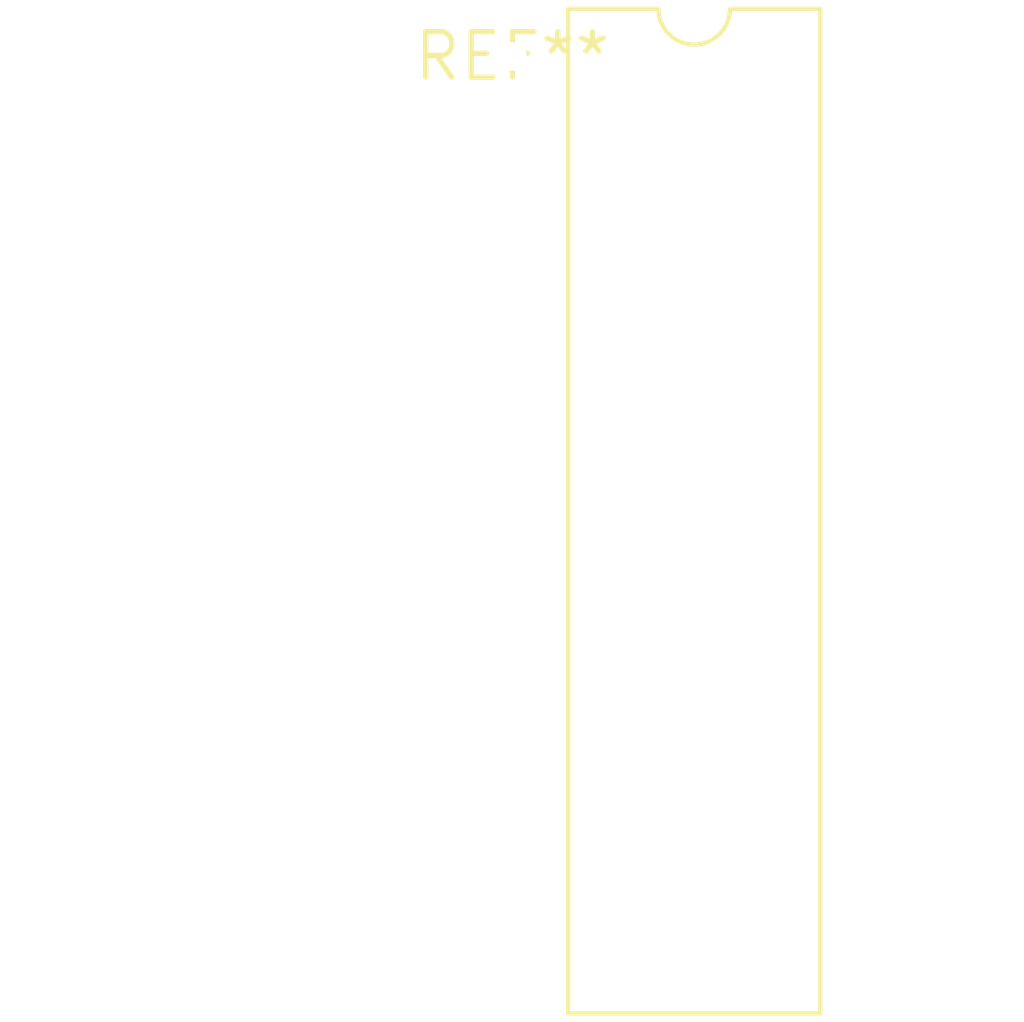
<source format=kicad_pcb>
(kicad_pcb (version 20240108) (generator pcbnew)
  (layers (0 "F.Cu" signal) (31 "B.Cu" signal) (34 "B.Paste" user) (35 "F.Paste" user) (36 "B.SilkS" user "B.Silkscreen") (37 "F.SilkS" user "F.Silkscreen") (38 "B.Mask" user) (39 "F.Mask" user) (44 "Edge.Cuts" user))
  (net 0 "")
  (footprint "DIP-22_W10.16mm_LongPads" (layer "F.Cu") (at 0 0)
    (property "Reference" "REF**")
    (property "Value" "DIP-22_W10.16mm_LongPads")
    (fp_line (start 1.56 -1.33) (end 1.56 26.73) (layer "F.SilkS") (stroke (width 0.12)))
    (fp_line (start 1.56 26.73) (end 8.6 26.73) (layer "F.SilkS") (stroke (width 0.12)))
    (fp_line (start 4.08 -1.33) (end 1.56 -1.33) (layer "F.SilkS") (stroke (width 0.12)))
    (fp_line (start 8.6 -1.33) (end 6.08 -1.33) (layer "F.SilkS") (stroke (width 0.12)))
    (fp_line (start 8.6 26.73) (end 8.6 -1.33) (layer "F.SilkS") (stroke (width 0.12)))
    (fp_arc (start 6.08 -1.33) (mid 5.08 -0.33) (end 4.08 -1.33) (layer "F.SilkS") (stroke (width 0.12)))
    (pad "1" thru_hole rect (at 0 0) (size 2.4 1.6) (drill 0.8) (layers *.Cu *.Mask) (remove_unused_layers))
    (pad "2" thru_hole oval (at 0 2.54) (size 2.4 1.6) (drill 0.8) (layers *.Cu *.Mask) (remove_unused_layers))
    (pad "3" thru_hole oval (at 0 5.08) (size 2.4 1.6) (drill 0.8) (layers *.Cu *.Mask) (remove_unused_layers))
    (pad "4" thru_hole oval (at 0 7.62) (size 2.4 1.6) (drill 0.8) (layers *.Cu *.Mask) (remove_unused_layers))
    (pad "5" thru_hole oval (at 0 10.16) (size 2.4 1.6) (drill 0.8) (layers *.Cu *.Mask) (remove_unused_layers))
    (pad "6" thru_hole oval (at 0 12.7) (size 2.4 1.6) (drill 0.8) (layers *.Cu *.Mask) (remove_unused_layers))
    (pad "7" thru_hole oval (at 0 15.24) (size 2.4 1.6) (drill 0.8) (layers *.Cu *.Mask) (remove_unused_layers))
    (pad "8" thru_hole oval (at 0 17.78) (size 2.4 1.6) (drill 0.8) (layers *.Cu *.Mask) (remove_unused_layers))
    (pad "9" thru_hole oval (at 0 20.32) (size 2.4 1.6) (drill 0.8) (layers *.Cu *.Mask) (remove_unused_layers))
    (pad "10" thru_hole oval (at 0 22.86) (size 2.4 1.6) (drill 0.8) (layers *.Cu *.Mask) (remove_unused_layers))
    (pad "11" thru_hole oval (at 0 25.4) (size 2.4 1.6) (drill 0.8) (layers *.Cu *.Mask) (remove_unused_layers))
    (pad "12" thru_hole oval (at 10.16 25.4) (size 2.4 1.6) (drill 0.8) (layers *.Cu *.Mask) (remove_unused_layers))
    (pad "13" thru_hole oval (at 10.16 22.86) (size 2.4 1.6) (drill 0.8) (layers *.Cu *.Mask) (remove_unused_layers))
    (pad "14" thru_hole oval (at 10.16 20.32) (size 2.4 1.6) (drill 0.8) (layers *.Cu *.Mask) (remove_unused_layers))
    (pad "15" thru_hole oval (at 10.16 17.78) (size 2.4 1.6) (drill 0.8) (layers *.Cu *.Mask) (remove_unused_layers))
    (pad "16" thru_hole oval (at 10.16 15.24) (size 2.4 1.6) (drill 0.8) (layers *.Cu *.Mask) (remove_unused_layers))
    (pad "17" thru_hole oval (at 10.16 12.7) (size 2.4 1.6) (drill 0.8) (layers *.Cu *.Mask) (remove_unused_layers))
    (pad "18" thru_hole oval (at 10.16 10.16) (size 2.4 1.6) (drill 0.8) (layers *.Cu *.Mask) (remove_unused_layers))
    (pad "19" thru_hole oval (at 10.16 7.62) (size 2.4 1.6) (drill 0.8) (layers *.Cu *.Mask) (remove_unused_layers))
    (pad "20" thru_hole oval (at 10.16 5.08) (size 2.4 1.6) (drill 0.8) (layers *.Cu *.Mask) (remove_unused_layers))
    (pad "21" thru_hole oval (at 10.16 2.54) (size 2.4 1.6) (drill 0.8) (layers *.Cu *.Mask) (remove_unused_layers))
    (pad "22" thru_hole oval (at 10.16 0) (size 2.4 1.6) (drill 0.8) (layers *.Cu *.Mask) (remove_unused_layers))
  )
)
</source>
